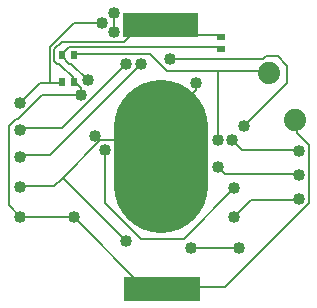
<source format=gbl>
G04 EAGLE Gerber RS-274X export*
G75*
%MOMM*%
%FSLAX34Y34*%
%LPD*%
%INBottom Copper*%
%IPPOS*%
%AMOC8*
5,1,8,0,0,1.08239X$1,22.5*%
G01*
%ADD10R,3.175000X2.032000*%
%ADD11C,8.000000*%
%ADD12R,0.700000X0.600000*%
%ADD13R,0.600000X0.700000*%
%ADD14C,1.016000*%
%ADD15C,1.879600*%
%ADD16C,0.203200*%


D10*
X130810Y256540D03*
D11*
X147320Y169780D02*
X147320Y119780D01*
D10*
X163830Y33020D03*
X162560Y256540D03*
X132080Y33020D03*
D12*
X198120Y246300D03*
X198120Y236300D03*
D13*
X63580Y208280D03*
X73580Y208280D03*
X63580Y231140D03*
X73580Y231140D03*
D14*
X264160Y109220D03*
X27940Y190500D03*
X27940Y119380D03*
X264160Y129540D03*
X27940Y93980D03*
X264160Y149860D03*
D15*
X260999Y176144D03*
X239011Y215649D03*
D14*
X27940Y144780D03*
X27940Y167640D03*
D16*
X65024Y231648D02*
X65024Y233680D01*
X69088Y237744D01*
X197104Y237744D01*
X65024Y231648D02*
X63580Y231140D01*
X197104Y237744D02*
X198120Y236300D01*
X85344Y209296D02*
X71120Y223520D01*
X69088Y223520D01*
X62992Y229616D01*
X63580Y231140D01*
X56896Y119888D02*
X28448Y119888D01*
X62992Y125984D02*
X95504Y158496D01*
X62992Y125984D02*
X56896Y119888D01*
X95504Y158496D02*
X134112Y158496D01*
X146304Y146304D01*
X28448Y119888D02*
X27940Y119380D01*
X146304Y146304D02*
X147320Y144780D01*
X176784Y201168D02*
X176784Y207264D01*
X176784Y201168D02*
X134112Y158496D01*
X147320Y144780D01*
X95504Y158496D02*
X91440Y162560D01*
X65024Y125984D02*
X117856Y73152D01*
X65024Y125984D02*
X62992Y125984D01*
D14*
X85344Y209296D03*
X176784Y207264D03*
X91440Y162560D03*
X117856Y73152D03*
D16*
X170688Y247904D02*
X197104Y247904D01*
X170688Y247904D02*
X162560Y256032D01*
X197104Y247904D02*
X198120Y246300D01*
X73152Y211328D02*
X73152Y209296D01*
X73152Y211328D02*
X60960Y223520D01*
X58928Y223520D01*
X56896Y225552D01*
X56896Y235712D01*
X62992Y241808D01*
X115824Y241808D01*
X130048Y256032D01*
X73152Y209296D02*
X73580Y208280D01*
X130048Y256032D02*
X130810Y256540D01*
X79248Y203200D02*
X79248Y197104D01*
X79248Y203200D02*
X75184Y207264D01*
X73580Y208280D01*
X132080Y256032D02*
X162560Y256032D01*
X162560Y256540D01*
X132080Y256032D02*
X130810Y256540D01*
X73152Y93472D02*
X28448Y93472D01*
X73152Y93472D02*
X132080Y34544D01*
X28448Y93472D02*
X27940Y93980D01*
X132080Y34544D02*
X132080Y33020D01*
X132080Y32512D02*
X162560Y32512D01*
X163830Y33020D01*
X132080Y33020D02*
X132080Y32512D01*
X262128Y164592D02*
X262128Y174752D01*
X262128Y164592D02*
X272288Y154432D01*
X272288Y105664D01*
X201168Y34544D01*
X164592Y34544D01*
X262128Y174752D02*
X260999Y176144D01*
X164592Y34544D02*
X163830Y33020D01*
X79248Y197104D02*
X46736Y197104D01*
X26416Y176784D01*
X24384Y176784D01*
X18288Y170688D01*
X18288Y103632D01*
X27940Y93980D01*
D14*
X79248Y197104D03*
X73152Y93472D03*
D16*
X52832Y207264D02*
X44704Y207264D01*
X52832Y207264D02*
X62992Y207264D01*
X44704Y207264D02*
X27940Y190500D01*
X62992Y207264D02*
X63580Y208280D01*
X73152Y258064D02*
X97536Y258064D01*
X73152Y258064D02*
X52832Y237744D01*
X52832Y207264D01*
D14*
X97536Y258064D03*
D16*
X52832Y146304D02*
X28448Y146304D01*
X52832Y146304D02*
X130048Y223520D01*
X28448Y146304D02*
X27940Y144780D01*
D14*
X130048Y223520D03*
D16*
X62992Y168656D02*
X28448Y168656D01*
X62992Y168656D02*
X117856Y223520D01*
X28448Y168656D02*
X27940Y167640D01*
D14*
X117856Y223520D03*
D16*
X223520Y107696D02*
X264160Y107696D01*
X223520Y107696D02*
X209296Y93472D01*
X264160Y107696D02*
X264160Y109220D01*
D14*
X209296Y93472D03*
D16*
X201168Y130048D02*
X264160Y130048D01*
X201168Y130048D02*
X195072Y136144D01*
X264160Y130048D02*
X264160Y129540D01*
D14*
X195072Y136144D03*
D16*
X215392Y150368D02*
X264160Y150368D01*
X215392Y150368D02*
X207264Y158496D01*
X264160Y150368D02*
X264160Y149860D01*
D14*
X207264Y158496D03*
D16*
X138176Y231648D02*
X75184Y231648D01*
X138176Y231648D02*
X152400Y217424D01*
X195072Y217424D02*
X237744Y217424D01*
X195072Y217424D02*
X152400Y217424D01*
X75184Y231648D02*
X73580Y231140D01*
X237744Y217424D02*
X239011Y215649D01*
X195072Y217424D02*
X195072Y158496D01*
D14*
X195072Y158496D03*
D16*
X107696Y249936D02*
X107696Y266192D01*
D14*
X107696Y266192D03*
X107696Y249936D03*
D16*
X99568Y150368D02*
X99568Y105664D01*
X130048Y75184D01*
X166624Y75184D01*
X209296Y117856D01*
D14*
X99568Y150368D03*
X209296Y117856D03*
D16*
X233680Y227584D02*
X154432Y227584D01*
X233680Y227584D02*
X235712Y229616D01*
X245872Y229616D01*
X254000Y221488D01*
X254000Y207264D01*
X217424Y170688D01*
D14*
X154432Y227584D03*
X217424Y170688D03*
D16*
X213360Y67056D02*
X172720Y67056D01*
D14*
X213360Y67056D03*
X172720Y67056D03*
M02*

</source>
